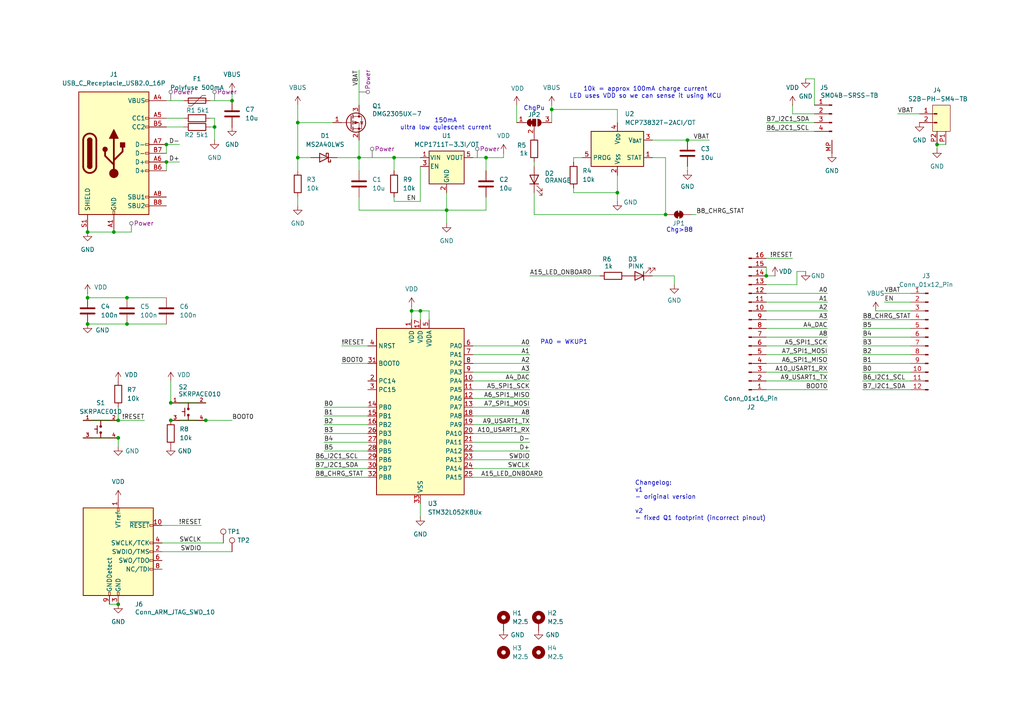
<source format=kicad_sch>
(kicad_sch (version 20250114) (generator "eeschema") (generator_version "9.0")
  (paper "A4")
  (title_block (title "AETHER L052") (date "2025-10-04") (rev "2") (company "github.com/xx0x/aether-l052") (comment 1 "License: CERN-OHL-P-2.0") (comment 2 "Ultra-low standby mode, battery charger") (comment 3 "A dev board based on STM32L052K8Ux"))
  (lib_symbols
    (symbol "Battery_Management:MCP73832-2-OT"
      (property "Reference" "U" (at -7.62 6.35 0))
      (property "Value" "MCP73832-2-OT" (at 1.27 6.35 0))
      (symbol "MCP73832-2-OT_1_1"
        (pin input line (at -10.16 -2.54 0) (length 2.54) (name "PROG") (number "5"))
        (pin power_in line (at 0 7.62 270) (length 2.54) (name "V_{DD}") (number "4"))
        (pin power_in line (at 0 -7.62 90) (length 2.54) (name "V_{SS}") (number "2"))
        (pin power_out line (at 10.16 2.54 180) (length 2.54) (name "V_{BAT}") (number "3"))
        (pin open_collector line (at 10.16 -2.54 180) (length 2.54) (name "STAT") (number "1"))
      )
    )
    (symbol "Connector:Conn_01x12_Pin" (pin_names (offset 1.016) (hide yes))
      (property "Reference" "J" (at 0 15.24 0))
      (property "Value" "Conn_01x12_Pin" (at 0 -17.78 0))
      (symbol "Conn_01x12_Pin_1_1"
        (pin passive line (at 5.08 12.7 180) (length 3.81) (name "Pin_1") (number "1"))
        (pin passive line (at 5.08 10.16 180) (length 3.81) (name "Pin_2") (number "2"))
        (pin passive line (at 5.08 7.62 180) (length 3.81) (name "Pin_3") (number "3"))
        (pin passive line (at 5.08 5.08 180) (length 3.81) (name "Pin_4") (number "4"))
        (pin passive line (at 5.08 2.54 180) (length 3.81) (name "Pin_5") (number "5"))
        (pin passive line (at 5.08 0 180) (length 3.81) (name "Pin_6") (number "6"))
        (pin passive line (at 5.08 -2.54 180) (length 3.81) (name "Pin_7") (number "7"))
        (pin passive line (at 5.08 -5.08 180) (length 3.81) (name "Pin_8") (number "8"))
        (pin passive line (at 5.08 -7.62 180) (length 3.81) (name "Pin_9") (number "9"))
        (pin passive line (at 5.08 -10.16 180) (length 3.81) (name "Pin_10") (number "10"))
        (pin passive line (at 5.08 -12.7 180) (length 3.81) (name "Pin_11") (number "11"))
        (pin passive line (at 5.08 -15.24 180) (length 3.81) (name "Pin_12") (number "12"))
      )
    )
    (symbol "Connector:Conn_01x16_Pin" (pin_names (offset 1.016) (hide yes))
      (property "Reference" "J" (at 0 20.32 0))
      (property "Value" "Conn_01x16_Pin" (at 0 -22.86 0))
      (symbol "Conn_01x16_Pin_1_1"
        (pin passive line (at 5.08 17.78 180) (length 3.81) (name "Pin_1") (number "1"))
        (pin passive line (at 5.08 15.24 180) (length 3.81) (name "Pin_2") (number "2"))
        (pin passive line (at 5.08 12.7 180) (length 3.81) (name "Pin_3") (number "3"))
        (pin passive line (at 5.08 10.16 180) (length 3.81) (name "Pin_4") (number "4"))
        (pin passive line (at 5.08 7.62 180) (length 3.81) (name "Pin_5") (number "5"))
        (pin passive line (at 5.08 5.08 180) (length 3.81) (name "Pin_6") (number "6"))
        (pin passive line (at 5.08 2.54 180) (length 3.81) (name "Pin_7") (number "7"))
        (pin passive line (at 5.08 0 180) (length 3.81) (name "Pin_8") (number "8"))
        (pin passive line (at 5.08 -2.54 180) (length 3.81) (name "Pin_9") (number "9"))
        (pin passive line (at 5.08 -5.08 180) (length 3.81) (name "Pin_10") (number "10"))
        (pin passive line (at 5.08 -7.62 180) (length 3.81) (name "Pin_11") (number "11"))
        (pin passive line (at 5.08 -10.16 180) (length 3.81) (name "Pin_12") (number "12"))
        (pin passive line (at 5.08 -12.7 180) (length 3.81) (name "Pin_13") (number "13"))
        (pin passive line (at 5.08 -15.24 180) (length 3.81) (name "Pin_14") (number "14"))
        (pin passive line (at 5.08 -17.78 180) (length 3.81) (name "Pin_15") (number "15"))
        (pin passive line (at 5.08 -20.32 180) (length 3.81) (name "Pin_16") (number "16"))
      )
    )
    (symbol "Connector:Conn_ARM_JTAG_SWD_10" (pin_names (offset 1.016))
      (property "Reference" "J" (at -2.54 16.51 0))
      (property "Value" "Conn_ARM_JTAG_SWD_10" (at -2.54 13.97 0))
      (symbol "Conn_ARM_JTAG_SWD_10_1_1"
        (pin no_connect line (at -10.16 0 0) (length 2.54) (hide yes) (name "KEY") (number "7"))
        (pin passive line (at -2.54 -15.24 90) (length 2.54) (name "GNDDetect") (number "9"))
        (pin power_in line (at 0 15.24 270) (length 2.54) (name "VTref") (number "1"))
        (pin power_in line (at 0 -15.24 90) (length 2.54) (name "GND") (number "3"))
        (pin passive line (at 0 -15.24 90) (length 2.54) (hide yes) (name "GND") (number "5"))
        (pin open_collector line (at 12.7 7.62 180) (length 2.54) (name "~{RESET}") (number "10"))
        (pin output line (at 12.7 2.54 180) (length 2.54) (name "SWCLK/TCK") (number "4"))
        (pin bidirectional line (at 12.7 0 180) (length 2.54) (name "SWDIO/TMS") (number "2"))
        (pin input line (at 12.7 -2.54 180) (length 2.54) (name "SWO/TDO") (number "6"))
        (pin output line (at 12.7 -5.08 180) (length 2.54) (name "NC/TDI") (number "8"))
      )
    )
    (symbol "Connector:TestPoint" (pin_numbers (hide yes)) (pin_names (offset 0.762) (hide yes))
      (property "Reference" "TP" (at 0 6.858 0))
      (property "Value" "TestPoint" (at 0 5.08 0))
      (symbol "TestPoint_1_1"
        (pin passive line (at 0 0 90) (length 2.54) (name "1") (number "1"))
      )
    )
    (symbol "Connector:USB_C_Receptacle_USB2.0_16P" (pin_names (offset 1.016))
      (property "Reference" "J" (at 0 22.225 0))
      (property "Value" "USB_C_Receptacle_USB2.0_16P" (at 0 19.685 0))
      (symbol "USB_C_Receptacle_USB2.0_16P_1_1"
        (pin passive line (at -7.62 -22.86 90) (length 5.08) (name "SHIELD") (number "S1"))
        (pin passive line (at 0 -22.86 90) (length 5.08) (name "GND") (number "A1"))
        (pin passive line (at 0 -22.86 90) (length 5.08) (hide yes) (name "GND") (number "A12"))
        (pin passive line (at 0 -22.86 90) (length 5.08) (hide yes) (name "GND") (number "B1"))
        (pin passive line (at 0 -22.86 90) (length 5.08) (hide yes) (name "GND") (number "B12"))
        (pin passive line (at 15.24 15.24 180) (length 5.08) (name "VBUS") (number "A4"))
        (pin passive line (at 15.24 15.24 180) (length 5.08) (hide yes) (name "VBUS") (number "A9"))
        (pin passive line (at 15.24 15.24 180) (length 5.08) (hide yes) (name "VBUS") (number "B4"))
        (pin passive line (at 15.24 15.24 180) (length 5.08) (hide yes) (name "VBUS") (number "B9"))
        (pin bidirectional line (at 15.24 10.16 180) (length 5.08) (name "CC1") (number "A5"))
        (pin bidirectional line (at 15.24 7.62 180) (length 5.08) (name "CC2") (number "B5"))
        (pin bidirectional line (at 15.24 2.54 180) (length 5.08) (name "D-") (number "A7"))
        (pin bidirectional line (at 15.24 0 180) (length 5.08) (name "D-") (number "B7"))
        (pin bidirectional line (at 15.24 -2.54 180) (length 5.08) (name "D+") (number "A6"))
        (pin bidirectional line (at 15.24 -5.08 180) (length 5.08) (name "D+") (number "B6"))
        (pin bidirectional line (at 15.24 -12.7 180) (length 5.08) (name "SBU1") (number "A8"))
        (pin bidirectional line (at 15.24 -15.24 180) (length 5.08) (name "SBU2") (number "B8"))
      )
    )
    (symbol "Device:C" (pin_numbers (hide yes)) (pin_names (offset 0.254))
      (property "Reference" "C" (at 0.635 2.54 0))
      (property "Value" "C" (at 0.635 -2.54 0))
      (symbol "C_1_1"
        (pin passive line (at 0 3.81 270) (length 2.794) (name "~") (number "1"))
        (pin passive line (at 0 -3.81 90) (length 2.794) (name "~") (number "2"))
      )
    )
    (symbol "Device:D_Schottky" (pin_numbers (hide yes)) (pin_names (offset 1.016) (hide yes))
      (property "Reference" "D" (at 0 2.54 0))
      (property "Value" "D_Schottky" (at 0 -2.54 0))
      (symbol "D_Schottky_1_1"
        (pin passive line (at -3.81 0 0) (length 2.54) (name "K") (number "1"))
        (pin passive line (at 3.81 0 180) (length 2.54) (name "A") (number "2"))
      )
    )
    (symbol "Device:LED" (pin_numbers (hide yes)) (pin_names (offset 1.016) (hide yes))
      (property "Reference" "D" (at 0 2.54 0))
      (property "Value" "LED" (at 0 -2.54 0))
      (symbol "LED_1_1"
        (pin passive line (at -3.81 0 0) (length 2.54) (name "K") (number "1"))
        (pin passive line (at 3.81 0 180) (length 2.54) (name "A") (number "2"))
      )
    )
    (symbol "Device:Polyfuse" (pin_numbers (hide yes)) (pin_names (offset 0))
      (property "Reference" "F" (at -2.54 0 90))
      (property "Value" "Polyfuse" (at 2.54 0 90))
      (symbol "Polyfuse_1_1"
        (pin passive line (at 0 3.81 270) (length 1.27) (name "~") (number "1"))
        (pin passive line (at 0 -3.81 90) (length 1.27) (name "~") (number "2"))
      )
    )
    (symbol "Device:R" (pin_numbers (hide yes)) (pin_names (offset 0))
      (property "Reference" "R" (at 2.032 0 90))
      (property "Value" "R" (at 0 0 90))
      (symbol "R_1_1"
        (pin passive line (at 0 3.81 270) (length 1.27) (name "~") (number "1"))
        (pin passive line (at 0 -3.81 90) (length 1.27) (name "~") (number "2"))
      )
    )
    (symbol "Jumper:SolderJumper_2_Bridged" (pin_numbers (hide yes)) (pin_names (offset 0) (hide yes)) (in_bom no)
      (property "Reference" "JP" (at 0 2.032 0))
      (property "Value" "SolderJumper_2_Bridged" (at 0 -2.54 0))
      (symbol "SolderJumper_2_Bridged_1_1"
        (pin passive line (at -3.81 0 0) (length 2.54) (name "A") (number "1"))
        (pin passive line (at 3.81 0 180) (length 2.54) (name "B") (number "2"))
      )
    )
    (symbol "Jumper:SolderJumper_3_Bridged12" (pin_names (offset 0) (hide yes)) (in_bom no)
      (property "Reference" "JP" (at -2.54 -2.54 0))
      (property "Value" "SolderJumper_3_Bridged12" (at 0 2.794 0))
      (symbol "SolderJumper_3_Bridged12_1_1"
        (pin passive line (at -5.08 0 0) (length 2.54) (name "A") (number "1"))
        (pin passive line (at 0 -3.81 90) (length 2.54) (name "C") (number "2"))
        (pin passive line (at 5.08 0 180) (length 2.54) (name "B") (number "3"))
      )
    )
    (symbol "MCU_ST_STM32L0:STM32L052K8Ux"
      (property "Reference" "U" (at -12.7 26.67 0))
      (property "Value" "STM32L052K8Ux" (at 5.08 26.67 0))
      (symbol "STM32L052K8Ux_1_1"
        (pin input line (at -15.24 20.32 0) (length 2.54) (name "NRST") (number "4"))
        (pin input line (at -15.24 15.24 0) (length 2.54) (name "BOOT0") (number "31"))
        (pin bidirectional line (at -15.24 10.16 0) (length 2.54) (name "PC14") (number "2"))
        (pin bidirectional line (at -15.24 7.62 0) (length 2.54) (name "PC15") (number "3"))
        (pin bidirectional line (at -15.24 2.54 0) (length 2.54) (name "PB0") (number "14"))
        (pin bidirectional line (at -15.24 0 0) (length 2.54) (name "PB1") (number "15"))
        (pin bidirectional line (at -15.24 -2.54 0) (length 2.54) (name "PB2") (number "16"))
        (pin bidirectional line (at -15.24 -5.08 0) (length 2.54) (name "PB3") (number "26"))
        (pin bidirectional line (at -15.24 -7.62 0) (length 2.54) (name "PB4") (number "27"))
        (pin bidirectional line (at -15.24 -10.16 0) (length 2.54) (name "PB5") (number "28"))
        (pin bidirectional line (at -15.24 -12.7 0) (length 2.54) (name "PB6") (number "29"))
        (pin bidirectional line (at -15.24 -15.24 0) (length 2.54) (name "PB7") (number "30"))
        (pin bidirectional line (at -15.24 -17.78 0) (length 2.54) (name "PB8") (number "32"))
        (pin power_in line (at -2.54 27.94 270) (length 2.54) (name "VDD") (number "1"))
        (pin power_in line (at 0 27.94 270) (length 2.54) (name "VDD") (number "17"))
        (pin power_in line (at 0 -25.4 90) (length 2.54) (name "VSS") (number "33"))
        (pin power_in line (at 2.54 27.94 270) (length 2.54) (name "VDDA") (number "5"))
        (pin bidirectional line (at 15.24 20.32 180) (length 2.54) (name "PA0") (number "6"))
        (pin bidirectional line (at 15.24 17.78 180) (length 2.54) (name "PA1") (number "7"))
        (pin bidirectional line (at 15.24 15.24 180) (length 2.54) (name "PA2") (number "8"))
        (pin bidirectional line (at 15.24 12.7 180) (length 2.54) (name "PA3") (number "9"))
        (pin bidirectional line (at 15.24 10.16 180) (length 2.54) (name "PA4") (number "10"))
        (pin bidirectional line (at 15.24 7.62 180) (length 2.54) (name "PA5") (number "11"))
        (pin bidirectional line (at 15.24 5.08 180) (length 2.54) (name "PA6") (number "12"))
        (pin bidirectional line (at 15.24 2.54 180) (length 2.54) (name "PA7") (number "13"))
        (pin bidirectional line (at 15.24 0 180) (length 2.54) (name "PA8") (number "18"))
        (pin bidirectional line (at 15.24 -2.54 180) (length 2.54) (name "PA9") (number "19"))
        (pin bidirectional line (at 15.24 -5.08 180) (length 2.54) (name "PA10") (number "20"))
        (pin bidirectional line (at 15.24 -7.62 180) (length 2.54) (name "PA11") (number "21"))
        (pin bidirectional line (at 15.24 -10.16 180) (length 2.54) (name "PA12") (number "22"))
        (pin bidirectional line (at 15.24 -12.7 180) (length 2.54) (name "PA13") (number "23"))
        (pin bidirectional line (at 15.24 -15.24 180) (length 2.54) (name "PA14") (number "24"))
        (pin bidirectional line (at 15.24 -17.78 180) (length 2.54) (name "PA15") (number "25"))
      )
    )
    (symbol "Mechanical:MountingHole" (pin_names (offset 1.016)) (in_bom no)
      (property "Reference" "H" (at 0 5.08 0))
      (property "Value" "MountingHole" (at 0 3.175 0))
    )
    (symbol "Mechanical:MountingHole_Pad" (pin_numbers (hide yes)) (pin_names (offset 1.016) (hide yes)) (in_bom no)
      (property "Reference" "H" (at 0 6.35 0))
      (property "Value" "MountingHole_Pad" (at 0 4.445 0))
      (symbol "MountingHole_Pad_1_1"
        (pin input line (at 0 -2.54 90) (length 2.54) (name "1") (number "1"))
      )
    )
    (symbol "Regulator_Linear:AP2112K-3.3" (pin_names (offset 0.254))
      (property "Reference" "U" (at -5.08 5.715 0))
      (property "Value" "AP2112K-3.3" (at 0 5.715 0))
      (symbol "AP2112K-3.3_1_1"
        (pin power_in line (at -7.62 2.54 0) (length 2.54) (name "VIN") (number "1"))
        (pin input line (at -7.62 0 0) (length 2.54) (name "EN") (number "3"))
        (pin power_in line (at 0 -7.62 90) (length 2.54) (name "GND") (number "2"))
        (pin no_connect line (at 5.08 0 180) (length 2.54) (hide yes) (name "NC") (number "4"))
        (pin power_out line (at 7.62 2.54 180) (length 2.54) (name "VOUT") (number "5"))
      )
    )
    (symbol "Transistor_FET:Q_PMOS_GSD" (pin_names (offset 0) (hide yes))
      (property "Reference" "Q" (at 5.08 1.905 0))
      (property "Value" "Q_PMOS_GSD" (at 5.08 0 0))
      (symbol "Q_PMOS_GSD_1_1"
        (pin input line (at -5.08 0 0) (length 2.54) (name "G") (number "1"))
        (pin passive line (at 2.54 5.08 270) (length 2.54) (name "D") (number "3"))
        (pin passive line (at 2.54 -5.08 90) (length 2.54) (name "S") (number "2"))
      )
    )
    (symbol "aether-l052:Conn_01x02_Pin_SMD_MT" (pin_names (offset 1.016) (hide yes))
      (property "Reference" "J" (at -2.794 4.318 0))
      (property "Value" "Conn_01x02_Pin_SMD_MT" (at -0.254 -10.668 0))
      (symbol "Conn_01x02_Pin_SMD_MT_1_1"
        (pin passive line (at -2.54 -8.89 90) (length 3.81) (name "") (number "P1"))
        (pin passive line (at 0 -8.89 90) (length 3.81) (name "") (number "P2"))
        (pin passive line (at 5.08 0 180) (length 3.81) (name "Pin_1") (number "1"))
        (pin passive line (at 5.08 -2.54 180) (length 3.81) (name "Pin_2") (number "2"))
      )
    )
    (symbol "aether-l052:Conn_01x04_Pin_SMD_MT" (pin_names (offset 1.016) (hide yes))
      (property "Reference" "J" (at 0 5.08 0))
      (property "Value" "Conn_01x04_Pin_SMD_MT" (at 0.508 -13.716 0))
      (symbol "Conn_01x04_Pin_SMD_MT_1_1"
        (pin passive line (at 0 -11.43 90) (length 3.81) (name "") (number "MP"))
        (pin passive line (at 5.08 2.54 180) (length 3.81) (name "Pin_1") (number "1"))
        (pin passive line (at 5.08 0 180) (length 3.81) (name "Pin_2") (number "2"))
        (pin passive line (at 5.08 -2.54 180) (length 3.81) (name "Pin_3") (number "3"))
        (pin passive line (at 5.08 -5.08 180) (length 3.81) (name "Pin_4") (number "4"))
      )
    )
    (symbol "aether-l052:SKRPACE010" (pin_names (offset 1.016))
      (property "Reference" "S" (at -2.5431 5.0863 0))
      (property "Value" "SKRPACE010" (at -2.5442 -5.0884 0))
      (symbol "SKRPACE010_0_0"
        (pin bidirectional line (at -5.08 2.54 0) (length 2.54) (name "~") (number "1"))
        (pin bidirectional line (at -5.08 -2.54 0) (length 2.54) (name "~") (number "3"))
        (pin bidirectional line (at 5.08 2.54 180) (length 2.54) (name "~") (number "2"))
        (pin bidirectional line (at 5.08 -2.54 180) (length 2.54) (name "~") (number "4"))
      )
    )
    (symbol "power:GND" (power) (pin_numbers (hide yes)) (pin_names (offset 0) (hide yes))
      (property "Value" "GND" (at 0 -3.81 0))
      (symbol "GND_1_1"
        (pin power_in line (at 0 0 270) (length 0) (name "~") (number "1"))
      )
    )
    (symbol "power:VBUS" (power) (pin_numbers (hide yes)) (pin_names (offset 0) (hide yes))
      (property "Value" "VBUS" (at 0 3.556 0))
      (symbol "VBUS_1_1"
        (pin power_in line (at 0 0 90) (length 0) (name "~") (number "1"))
      )
    )
    (symbol "power:VDD" (power) (pin_numbers (hide yes)) (pin_names (offset 0) (hide yes))
      (property "Value" "VDD" (at 0 3.556 0))
      (symbol "VDD_1_1"
        (pin power_in line (at 0 0 90) (length 0) (name "~") (number "1"))
      )
    )
  )
  (text "150mA\nultra low quiescent current" (at 129.286 36.068 0) (effects (font (size 1.27 1.27) (thickness 0.1588))))
  (text "ChgPu" (at 154.94 31.496 0) (effects (font (size 1.27 1.27) (thickness 0.1588))))
  (text "Changelog:\nv1\n- original version\n\nv2\n- fixed Q1 footprint (incorrect pinout)" (at 184.15 145.288 0) (effects (font (size 1.27 1.27) (thickness 0.1588)) (justify left)))
  (text "10k = approx 100mA charge current\nLED uses VDD so we can sense it using MCU" (at 187.198 26.924 0) (effects (font (size 1.27 1.27) (thickness 0.1588))))
  (text "PA0 = WKUP1\n" (at 163.576 99.314 0) (effects (font (size 1.27 1.27) (thickness 0.1588))))
  (text "Chg>B8" (at 197.104 66.802 0) (effects (font (size 1.27 1.27) (thickness 0.1588))))
  (junction (at 193.04 62.23))
  (junction (at 67.31 29.21))
  (junction (at 36.83 86.36))
  (junction (at 114.3 45.72))
  (junction (at 48.26 41.91))
  (junction (at 59.69 121.92))
  (junction (at 34.29 127))
  (junction (at 179.07 55.88))
  (junction (at 222.25 80.01))
  (junction (at 199.39 40.64))
  (junction (at 104.14 45.72))
  (junction (at 34.29 175.26))
  (junction (at 49.53 121.92))
  (junction (at 34.29 121.92))
  (junction (at 62.23 36.83))
  (junction (at 121.92 90.17))
  (junction (at 33.02 67.31))
  (junction (at 49.53 116.84))
  (junction (at 25.4 86.36))
  (junction (at 86.36 35.56))
  (junction (at 36.83 93.98))
  (junction (at 48.26 46.99))
  (junction (at 86.36 45.72))
  (junction (at 129.54 60.96))
  (junction (at 25.4 67.31))
  (junction (at 271.78 41.91))
  (junction (at 140.97 45.72))
  (junction (at 160.02 31.75))
  (junction (at 119.38 90.17))
  (junction (at 25.4 93.98))
  (wire (pts (xy 46.99 160.02) (xy 67.31 160.02)))
  (wire (pts (xy 93.98 130.81) (xy 106.68 130.81)))
  (wire (pts (xy 137.16 138.43) (xy 157.48 138.43)))
  (wire (pts (xy 179.07 50.8) (xy 179.07 55.88)))
  (wire (pts (xy 140.97 45.72) (xy 146.05 45.72)))
  (wire (pts (xy 34.29 118.11) (xy 34.29 121.92)))
  (wire (pts (xy 124.46 90.17) (xy 121.92 90.17)))
  (wire (pts (xy 222.25 77.47) (xy 222.25 80.01)))
  (wire (pts (xy 49.53 116.84) (xy 59.69 116.84)))
  (wire (pts (xy 114.3 45.72) (xy 121.92 45.72)))
  (wire (pts (xy 48.26 41.91) (xy 48.26 44.45)))
  (wire (pts (xy 33.02 67.31) (xy 38.1 67.31)))
  (wire (pts (xy 189.23 40.64) (xy 199.39 40.64)))
  (wire (pts (xy 86.36 30.48) (xy 86.36 35.56)))
  (wire (pts (xy 229.87 33.02) (xy 229.87 30.48)))
  (wire (pts (xy 137.16 113.03) (xy 153.67 113.03)))
  (wire (pts (xy 222.25 38.1) (xy 236.22 38.1)))
  (wire (pts (xy 62.23 40.64) (xy 62.23 36.83)))
  (wire (pts (xy 60.96 29.21) (xy 67.31 29.21)))
  (wire (pts (xy 137.16 123.19) (xy 153.67 123.19)))
  (wire (pts (xy 34.29 127) (xy 34.29 129.54)))
  (wire (pts (xy 93.98 120.65) (xy 106.68 120.65)))
  (wire (pts (xy 46.99 157.48) (xy 64.77 157.48)))
  (wire (pts (xy 222.25 74.93) (xy 229.87 74.93)))
  (wire (pts (xy 121.92 58.42) (xy 121.92 48.26)))
  (wire (pts (xy 231.14 78.74) (xy 233.68 78.74)))
  (wire (pts (xy 137.16 118.11) (xy 153.67 118.11)))
  (wire (pts (xy 48.26 41.91) (xy 52.07 41.91)))
  (wire (pts (xy 137.16 102.87) (xy 153.67 102.87)))
  (wire (pts (xy 137.16 130.81) (xy 153.67 130.81)))
  (wire (pts (xy 91.44 133.35) (xy 106.68 133.35)))
  (wire (pts (xy 195.58 80.01) (xy 195.58 82.55)))
  (wire (pts (xy 129.54 64.77) (xy 129.54 60.96)))
  (wire (pts (xy 48.26 46.99) (xy 48.26 49.53)))
  (wire (pts (xy 222.25 100.33) (xy 240.03 100.33)))
  (wire (pts (xy 166.37 45.72) (xy 168.91 45.72)))
  (wire (pts (xy 104.14 45.72) (xy 104.14 49.53)))
  (wire (pts (xy 222.25 92.71) (xy 240.03 92.71)))
  (wire (pts (xy 250.19 97.79) (xy 264.16 97.79)))
  (wire (pts (xy 140.97 60.96) (xy 140.97 57.15)))
  (wire (pts (xy 166.37 54.61) (xy 166.37 55.88)))
  (wire (pts (xy 154.94 62.23) (xy 193.04 62.23)))
  (wire (pts (xy 160.02 31.75) (xy 179.07 31.75)))
  (wire (pts (xy 137.16 110.49) (xy 153.67 110.49)))
  (wire (pts (xy 36.83 93.98) (xy 48.26 93.98)))
  (wire (pts (xy 34.29 121.92) (xy 41.91 121.92)))
  (wire (pts (xy 222.25 35.56) (xy 236.22 35.56)))
  (wire (pts (xy 222.25 82.55) (xy 231.14 82.55)))
  (wire (pts (xy 104.14 60.96) (xy 104.14 57.15)))
  (wire (pts (xy 129.54 60.96) (xy 104.14 60.96)))
  (wire (pts (xy 250.19 113.03) (xy 264.16 113.03)))
  (wire (pts (xy 222.25 87.63) (xy 240.03 87.63)))
  (wire (pts (xy 86.36 57.15) (xy 86.36 59.69)))
  (wire (pts (xy 48.26 34.29) (xy 53.34 34.29)))
  (wire (pts (xy 25.4 67.31) (xy 33.02 67.31)))
  (wire (pts (xy 48.26 36.83) (xy 53.34 36.83)))
  (wire (pts (xy 60.96 34.29) (xy 62.23 34.29)))
  (wire (pts (xy 154.94 62.23) (xy 154.94 55.88)))
  (wire (pts (xy 256.54 87.63) (xy 264.16 87.63)))
  (wire (pts (xy 129.54 60.96) (xy 140.97 60.96)))
  (wire (pts (xy 153.67 80.01) (xy 173.99 80.01)))
  (wire (pts (xy 104.14 45.72) (xy 114.3 45.72)))
  (wire (pts (xy 149.86 35.56) (xy 149.86 30.48)))
  (wire (pts (xy 137.16 128.27) (xy 153.67 128.27)))
  (wire (pts (xy 154.94 48.26) (xy 154.94 46.99)))
  (wire (pts (xy 91.44 135.89) (xy 106.68 135.89)))
  (wire (pts (xy 114.3 58.42) (xy 121.92 58.42)))
  (wire (pts (xy 256.54 85.09) (xy 264.16 85.09)))
  (wire (pts (xy 59.69 121.92) (xy 67.31 121.92)))
  (wire (pts (xy 160.02 31.75) (xy 160.02 35.56)))
  (wire (pts (xy 93.98 123.19) (xy 106.68 123.19)))
  (wire (pts (xy 250.19 105.41) (xy 264.16 105.41)))
  (wire (pts (xy 93.98 125.73) (xy 106.68 125.73)))
  (wire (pts (xy 49.53 121.92) (xy 59.69 121.92)))
  (wire (pts (xy 199.39 49.53) (xy 199.39 48.26)))
  (wire (pts (xy 119.38 90.17) (xy 119.38 92.71)))
  (wire (pts (xy 46.99 152.4) (xy 58.42 152.4)))
  (wire (pts (xy 121.92 92.71) (xy 121.92 90.17)))
  (wire (pts (xy 236.22 33.02) (xy 229.87 33.02)))
  (wire (pts (xy 48.26 46.99) (xy 52.07 46.99)))
  (wire (pts (xy 222.25 97.79) (xy 240.03 97.79)))
  (wire (pts (xy 166.37 55.88) (xy 179.07 55.88)))
  (wire (pts (xy 222.25 95.25) (xy 240.03 95.25)))
  (wire (pts (xy 67.31 29.21) (xy 67.31 26.67)))
  (wire (pts (xy 48.26 29.21) (xy 53.34 29.21)))
  (wire (pts (xy 250.19 95.25) (xy 264.16 95.25)))
  (wire (pts (xy 93.98 128.27) (xy 106.68 128.27)))
  (wire (pts (xy 124.46 92.71) (xy 124.46 90.17)))
  (wire (pts (xy 97.79 45.72) (xy 104.14 45.72)))
  (wire (pts (xy 274.32 41.91) (xy 271.78 41.91)))
  (wire (pts (xy 260.35 33.02) (xy 266.7 33.02)))
  (wire (pts (xy 99.06 105.41) (xy 106.68 105.41)))
  (wire (pts (xy 25.4 93.98) (xy 36.83 93.98)))
  (wire (pts (xy 137.16 107.95) (xy 153.67 107.95)))
  (wire (pts (xy 160.02 30.48) (xy 160.02 31.75)))
  (wire (pts (xy 179.07 55.88) (xy 179.07 58.42)))
  (wire (pts (xy 222.25 110.49) (xy 240.03 110.49)))
  (wire (pts (xy 137.16 120.65) (xy 153.67 120.65)))
  (wire (pts (xy 104.14 45.72) (xy 104.14 40.64)))
  (wire (pts (xy 222.25 85.09) (xy 240.03 85.09)))
  (wire (pts (xy 36.83 86.36) (xy 48.26 86.36)))
  (wire (pts (xy 99.06 100.33) (xy 106.68 100.33)))
  (wire (pts (xy 137.16 100.33) (xy 153.67 100.33)))
  (wire (pts (xy 104.14 20.32) (xy 104.14 30.48)))
  (wire (pts (xy 222.25 80.01) (xy 224.79 80.01)))
  (wire (pts (xy 24.13 121.92) (xy 34.29 121.92)))
  (wire (pts (xy 250.19 107.95) (xy 264.16 107.95)))
  (wire (pts (xy 250.19 102.87) (xy 264.16 102.87)))
  (wire (pts (xy 137.16 135.89) (xy 153.67 135.89)))
  (wire (pts (xy 146.05 45.72) (xy 146.05 44.45)))
  (wire (pts (xy 90.17 45.72) (xy 86.36 45.72)))
  (wire (pts (xy 193.04 62.23) (xy 193.04 45.72)))
  (wire (pts (xy 189.23 80.01) (xy 195.58 80.01)))
  (wire (pts (xy 119.38 88.9) (xy 119.38 90.17)))
  (wire (pts (xy 96.52 35.56) (xy 86.36 35.56)))
  (wire (pts (xy 86.36 45.72) (xy 86.36 35.56)))
  (wire (pts (xy 140.97 49.53) (xy 140.97 45.72)))
  (wire (pts (xy 62.23 34.29) (xy 62.23 36.83)))
  (wire (pts (xy 62.23 36.83) (xy 60.96 36.83)))
  (wire (pts (xy 222.25 107.95) (xy 240.03 107.95)))
  (wire (pts (xy 137.16 115.57) (xy 153.67 115.57)))
  (wire (pts (xy 236.22 22.86) (xy 233.68 22.86)))
  (wire (pts (xy 222.25 90.17) (xy 240.03 90.17)))
  (wire (pts (xy 166.37 46.99) (xy 166.37 45.72)))
  (wire (pts (xy 25.4 85.09) (xy 25.4 86.36)))
  (wire (pts (xy 86.36 45.72) (xy 86.36 49.53)))
  (wire (pts (xy 31.75 175.26) (xy 34.29 175.26)))
  (wire (pts (xy 49.53 110.49) (xy 49.53 116.84)))
  (wire (pts (xy 25.4 86.36) (xy 36.83 86.36)))
  (wire (pts (xy 231.14 82.55) (xy 231.14 78.74)))
  (wire (pts (xy 137.16 133.35) (xy 153.67 133.35)))
  (wire (pts (xy 137.16 125.73) (xy 153.67 125.73)))
  (wire (pts (xy 179.07 31.75) (xy 179.07 35.56)))
  (wire (pts (xy 137.16 105.41) (xy 153.67 105.41)))
  (wire (pts (xy 201.93 62.23) (xy 200.66 62.23)))
  (wire (pts (xy 121.92 90.17) (xy 119.38 90.17)))
  (wire (pts (xy 271.78 41.91) (xy 271.78 43.18)))
  (wire (pts (xy 250.19 92.71) (xy 264.16 92.71)))
  (wire (pts (xy 222.25 113.03) (xy 240.03 113.03)))
  (wire (pts (xy 121.92 146.05) (xy 121.92 149.86)))
  (wire (pts (xy 91.44 138.43) (xy 106.68 138.43)))
  (wire (pts (xy 199.39 40.64) (xy 205.74 40.64)))
  (wire (pts (xy 114.3 45.72) (xy 114.3 49.53)))
  (wire (pts (xy 93.98 118.11) (xy 106.68 118.11)))
  (wire (pts (xy 250.19 100.33) (xy 264.16 100.33)))
  (wire (pts (xy 193.04 45.72) (xy 189.23 45.72)))
  (wire (pts (xy 140.97 45.72) (xy 137.16 45.72)))
  (wire (pts (xy 114.3 57.15) (xy 114.3 58.42)))
  (wire (pts (xy 24.13 127) (xy 34.29 127)))
  (wire (pts (xy 250.19 110.49) (xy 264.16 110.49)))
  (wire (pts (xy 254 90.17) (xy 264.16 90.17)))
  (wire (pts (xy 129.54 60.96) (xy 129.54 55.88)))
  (wire (pts (xy 222.25 105.41) (xy 240.03 105.41)))
  (wire (pts (xy 236.22 30.48) (xy 236.22 22.86)))
  (wire (pts (xy 222.25 102.87) (xy 240.03 102.87)))
  (label "A9_USART1_TX" (at 240.03 110.49 180))
  (label "A5_SPI1_SCK" (at 240.03 100.33 180))
  (label "VBAT" (at 256.54 85.09 0))
  (label "A8" (at 240.03 97.79 180))
  (label "SWCLK" (at 153.67 135.89 180))
  (label "B8_CHRG_STAT" (at 91.44 138.43 0))
  (label "B1" (at 93.98 120.65 0))
  (label "A7_SPI1_MOSI" (at 240.03 102.87 180))
  (label "EN" (at 120.65 58.42 180))
  (label "A10_USART1_RX" (at 153.67 125.73 180))
  (label "A9_USART1_TX" (at 153.67 123.19 180))
  (label "!RESET" (at 58.42 152.4 180))
  (label "B5" (at 93.98 130.81 0))
  (label "B8_CHRG_STAT" (at 201.93 62.23 0))
  (label "A6_SPI1_MISO" (at 240.03 105.41 180))
  (label "BOOT0" (at 240.03 113.03 180))
  (label "A4_DAC" (at 240.03 95.25 180))
  (label "B6_I2C1_SCL" (at 250.19 110.49 0))
  (label "SWDIO" (at 58.42 160.02 180))
  (label "D-" (at 153.67 128.27 180))
  (label "A15_LED_ONBOARD" (at 153.67 80.01 0))
  (label "A10_USART1_RX" (at 240.03 107.95 180))
  (label "B7_I2C1_SDA" (at 250.19 113.03 0))
  (label "B8_CHRG_STAT" (at 250.19 92.71 0))
  (label "B0" (at 250.19 107.95 0))
  (label "B4" (at 250.19 97.79 0))
  (label "!RESET" (at 99.06 100.33 0))
  (label "D+" (at 153.67 130.81 180))
  (label "B7_I2C1_SDA" (at 222.25 35.56 0))
  (label "A1" (at 240.03 87.63 180))
  (label "A7_SPI1_MOSI" (at 153.67 118.11 180))
  (label "!RESET" (at 229.87 74.93 180))
  (label "B3" (at 250.19 100.33 0))
  (label "A8" (at 153.67 120.65 180))
  (label "B4" (at 93.98 128.27 0))
  (label "B2" (at 250.19 102.87 0))
  (label "VBAT" (at 260.35 33.02 0))
  (label "B7_I2C1_SDA" (at 91.44 135.89 0))
  (label "B1" (at 250.19 105.41 0))
  (label "A0" (at 153.67 100.33 180))
  (label "D+" (at 52.07 46.99 180))
  (label "B2" (at 93.98 123.19 0))
  (label "B3" (at 93.98 125.73 0))
  (label "A5_SPI1_SCK" (at 153.67 113.03 180))
  (label "A2" (at 153.67 105.41 180))
  (label "B0" (at 93.98 118.11 0))
  (label "D-" (at 52.07 41.91 180))
  (label "A3" (at 153.67 107.95 180))
  (label "A1" (at 153.67 102.87 180))
  (label "B6_I2C1_SCL" (at 91.44 133.35 0))
  (label "VBAT" (at 205.74 40.64 180))
  (label "A3" (at 240.03 92.71 180))
  (label "EN" (at 256.54 87.63 0))
  (label "A15_LED_ONBOARD" (at 157.48 138.43 180))
  (label "A0" (at 240.03 85.09 180))
  (label "B5" (at 250.19 95.25 0))
  (label "VBAT" (at 104.14 20.32 270))
  (label "A6_SPI1_MISO" (at 153.67 115.57 180))
  (label "A2" (at 240.03 90.17 180))
  (label "SWDIO" (at 153.67 133.35 180))
  (label "A4_DAC" (at 153.67 110.49 180))
  (label "SWCLK" (at 58.42 157.48 180))
  (label "B6_I2C1_SCL" (at 222.25 38.1 0))
  (label "BOOT0" (at 99.06 105.41 0))
  (label "BOOT0" (at 67.31 121.92 0))
  (label "!RESET" (at 41.91 121.92 180))
  (netclass_flag "" (length 2.54) (shape round) (at 104.14 26.67 270) (property "Netclass" "Power" (at 106.68 25.9715 90) (effects (justify left))))
  (netclass_flag "" (length 2.54) (shape round) (at 138.43 45.72 0) (property "Netclass" "Power" (at 139.1285 43.18 0) (effects (justify left))))
  (netclass_flag "" (length 2.54) (shape round) (at 49.53 29.21 0) (property "Netclass" "Power" (at 50.2285 26.67 0) (effects (justify left))))
  (netclass_flag "" (length 2.54) (shape round) (at 62.23 29.21 0) (property "Netclass" "Power" (at 62.9285 26.67 0) (effects (justify left))))
  (netclass_flag "" (length 2.54) (shape round) (at 38.1 67.31 0) (property "Netclass" "Power" (at 38.7985 64.77 0) (effects (justify left))))
  (netclass_flag "" (length 2.54) (shape round) (at 107.95 45.72 0) (property "Netclass" "Power" (at 108.6485 43.18 0) (effects (justify left))))
  (symbol (lib_id "Device:D_Schottky") (at 93.98 45.72 180) (unit 1)
    (property "Reference" "D1" (at 94.2975 39.37 0))
    (property "Value" "MS2A40LWS" (at 94.2975 41.91 0))
    (property "Footprint" "Diode_SMD:D_SOD-323" (effects (hide yes)))
    (property "Description" "Schottky diode" (effects (hide yes)))
    (property "LCSC" "C7380001" (effects (hide yes)))
  )
  (symbol (lib_id "power:VBUS") (at 160.02 30.48 0) (unit 1)
    (property "Reference" "#PWR011" (effects (hide yes)))
    (property "Value" "VBUS" (at 160.02 25.4 0))
    (property "Description" "Power symbol creates a global label with name \"VBUS\"" (effects (hide yes)))
  )
  (symbol (lib_id "Device:R") (at 34.29 114.3 0) (unit 1)
    (property "Reference" "R7" (at 36.83 113.0299 0) (effects (justify left)))
    (property "Value" "10k" (at 36.83 115.5699 0) (effects (justify left)))
    (property "Footprint" "Resistor_SMD:R_0603_1608Metric" (effects (hide yes)))
    (property "Description" "Resistor" (effects (hide yes)))
    (property "LCSC" "C25804" (effects (hide yes)))
  )
  (symbol (lib_id "power:VDD") (at 25.4 85.09 0) (unit 1)
    (property "Reference" "#PWR015" (effects (hide yes)))
    (property "Value" "VDD" (at 29.21 83.312 0))
    (property "Description" "Power symbol creates a global label with name \"VDD\"" (effects (hide yes)))
  )
  (symbol (lib_id "Device:R") (at 114.3 53.34 0) (unit 1)
    (property "Reference" "R9" (at 116.84 52.0699 0) (effects (justify left)))
    (property "Value" "10k" (at 116.84 54.6099 0) (effects (justify left)))
    (property "Footprint" "Resistor_SMD:R_0603_1608Metric" (effects (hide yes)))
    (property "Description" "Resistor" (effects (hide yes)))
    (property "LCSC" "C25804" (effects (hide yes)))
  )
  (symbol (lib_id "power:VDD") (at 34.29 110.49 0) (unit 1)
    (property "Reference" "#PWR020" (effects (hide yes)))
    (property "Value" "VDD" (at 38.1 108.712 0))
    (property "Description" "Power symbol creates a global label with name \"VDD\"" (effects (hide yes)))
  )
  (symbol (lib_id "power:GND") (at 121.92 149.86 0) (unit 1)
    (property "Reference" "#PWR018" (effects (hide yes)))
    (property "Value" "GND" (at 121.92 154.94 0))
    (property "Description" "Power symbol creates a global label with name \"GND\" , ground" (effects (hide yes)))
  )
  (symbol (lib_id "MCU_ST_STM32L0:STM32L052K8Ux") (at 121.92 120.65 0) (unit 1)
    (property "Reference" "U3" (at 124.0633 146.05 0) (effects (justify left)))
    (property "Value" "STM32L052K8Ux" (at 124.0633 148.59 0) (effects (justify left)))
    (property "Footprint" "Package_DFN_QFN:QFN-32-1EP_5x5mm_P0.5mm_EP3.45x3.45mm" (effects (hide yes)))
    (property "Datasheet" "https://www.st.com/resource/en/datasheet/stm32l052k8.pdf" (effects (hide yes)))
    (property "Description" "STMicroelectronics Arm Cortex-M0+ MCU, 64KB flash, 8KB RAM, 32 MHz, 1.65-3.6V, 27 GPIO, UFQFPN32" (effects (hide yes)))
    (property "LCSC" "C1342049" (effects (hide yes)))
  )
  (symbol (lib_id "power:GND") (at 86.36 59.69 0) (unit 1)
    (property "Reference" "#PWR08" (effects (hide yes)))
    (property "Value" "GND" (at 86.36 64.77 0))
    (property "Description" "Power symbol creates a global label with name \"GND\" , ground" (effects (hide yes)))
  )
  (symbol (lib_id "Device:R") (at 57.15 34.29 90) (unit 1)
    (property "Reference" "R1" (at 55.372 32.004 90))
    (property "Value" "5k1" (at 58.928 32.004 90))
    (property "Footprint" "Resistor_SMD:R_0603_1608Metric" (effects (hide yes)))
    (property "Description" "Resistor" (effects (hide yes)))
    (property "LCSC" "C23186" (effects (hide yes)))
  )
  (symbol (lib_id "Device:C") (at 48.26 90.17 0) (unit 1)
    (property "Reference" "C6" (at 52.07 88.8999 0) (effects (justify left)))
    (property "Value" "100n" (at 52.07 91.4399 0) (effects (justify left)))
    (property "Footprint" "Capacitor_SMD:C_0603_1608Metric" (effects (hide yes)))
    (property "Description" "Unpolarized capacitor" (effects (hide yes)))
    (property "LCSC" "C14663" (effects (hide yes)))
  )
  (symbol (lib_id "Connector:Conn_01x12_Pin") (at 269.24 97.79 0) (mirror y) (unit 1)
    (property "Reference" "J3" (at 268.605 80.01 0))
    (property "Value" "Conn_01x12_Pin" (at 268.605 82.55 0))
    (property "Footprint" "aether-l052:PinHeader_1x12_P2.54mm_Vertical_NoSilk" (effects (hide yes)))
    (property "Description" "Generic connector, single row, 01x12, script generated" (effects (hide yes)))
  )
  (symbol (lib_id "Device:R") (at 57.15 36.83 90) (unit 1)
    (property "Reference" "R2" (at 54.864 39.116 90))
    (property "Value" "5k1" (at 58.674 39.116 90))
    (property "Footprint" "Resistor_SMD:R_0603_1608Metric" (effects (hide yes)))
    (property "Description" "Resistor" (effects (hide yes)))
    (property "LCSC" "C23186" (effects (hide yes)))
  )
  (symbol (lib_id "Device:C") (at 140.97 53.34 0) (unit 1)
    (property "Reference" "C2" (at 144.78 52.0699 0) (effects (justify left)))
    (property "Value" "10u" (at 144.78 54.6099 0) (effects (justify left)))
    (property "Footprint" "Capacitor_SMD:C_0805_2012Metric" (effects (hide yes)))
    (property "Description" "Unpolarized capacitor" (effects (hide yes)))
    (property "LCSC" "C15850" (effects (hide yes)))
  )
  (symbol (lib_id "power:GND") (at 233.68 22.86 0) (unit 1)
    (property "Reference" "#PWR02" (effects (hide yes)))
    (property "Value" "GND" (at 233.68 27.94 0))
    (property "Description" "Power symbol creates a global label with name \"GND\" , ground" (effects (hide yes)))
  )
  (symbol (lib_id "power:GND") (at 271.78 43.18 0) (unit 1)
    (property "Reference" "#PWR03" (effects (hide yes)))
    (property "Value" "GND" (at 271.78 48.26 0))
    (property "Description" "Power symbol creates a global label with name \"GND\" , ground" (effects (hide yes)))
  )
  (symbol (lib_id "Jumper:SolderJumper_2_Bridged") (at 196.85 62.23 0) (unit 1) (in_bom no)
    (property "Reference" "JP1" (at 196.85 64.77 0))
    (property "Value" "SolderJumper_2_Bridged" (effects (hide yes)))
    (property "Footprint" "Jumper:SolderJumper-2_P1.3mm_Bridged_RoundedPad1.0x1.5mm" (effects (hide yes)))
    (property "Description" "Solder Jumper, 2-pole, closed/bridged" (effects (hide yes)))
  )
  (symbol (lib_id "Jumper:SolderJumper_3_Bridged12") (at 154.94 35.56 0) (unit 1) (in_bom no)
    (property "Reference" "JP2" (at 154.94 33.274 0))
    (property "Value" "SolderJumper_3_Bridged12" (effects (hide yes)))
    (property "Footprint" "Jumper:SolderJumper-3_P1.3mm_Bridged12_RoundedPad1.0x1.5mm" (effects (hide yes)))
    (property "Description" "3-pole Solder Jumper, pins 1+2 closed/bridged" (effects (hide yes)))
  )
  (symbol (lib_id "Mechanical:MountingHole_Pad") (at 146.05 180.34 0) (unit 1) (in_bom no)
    (property "Reference" "H1" (at 148.59 177.7999 0) (effects (justify left)))
    (property "Value" "M2.5" (at 148.59 180.3399 0) (effects (justify left)))
    (property "Footprint" "aether-l052:MountingHole_2.5mm_Pad_Small" (effects (hide yes)))
    (property "Description" "Mounting Hole with connection" (effects (hide yes)))
  )
  (symbol (lib_id "Device:LED") (at 185.42 80.01 180) (unit 1)
    (property "Reference" "D3" (at 182.118 75.184 0) (effects (justify right)))
    (property "Value" "PINK" (at 182.118 77.216 0) (effects (justify right)))
    (property "Footprint" "LED_SMD:LED_0603_1608Metric" (effects (hide yes)))
    (property "Description" "Light emitting diode" (effects (hide yes)))
    (property "Sim.Pins" "1=K 2=A" (effects (hide yes)))
    (property "LCSC" "C2290" (effects (hide yes)))
  )
  (symbol (lib_id "power:VDD") (at 229.87 30.48 0) (unit 1)
    (property "Reference" "#PWR01" (effects (hide yes)))
    (property "Value" "VDD" (at 229.87 25.4 0))
    (property "Description" "Power symbol creates a global label with name \"VDD\"" (effects (hide yes)))
  )
  (symbol (lib_id "Device:C") (at 67.31 33.02 0) (unit 1)
    (property "Reference" "C7" (at 71.12 31.7499 0) (effects (justify left)))
    (property "Value" "10u" (at 71.12 34.2899 0) (effects (justify left)))
    (property "Footprint" "Capacitor_SMD:C_0805_2012Metric" (effects (hide yes)))
    (property "Description" "Unpolarized capacitor" (effects (hide yes)))
    (property "LCSC" "C15850" (effects (hide yes)))
  )
  (symbol (lib_id "Connector:TestPoint") (at 64.77 157.48 0) (unit 1)
    (property "Reference" "TP1" (at 66.04 154.178 0) (effects (justify left)))
    (property "Value" "SWCLK" (effects (hide yes)))
    (property "Footprint" "TestPoint:TestPoint_Pad_D2.0mm" (effects (hide yes)))
    (property "Description" "test point" (effects (hide yes)))
  )
  (symbol (lib_id "power:GND") (at 67.31 36.83 0) (unit 1)
    (property "Reference" "#PWR031" (effects (hide yes)))
    (property "Value" "GND" (at 67.31 41.91 0))
    (property "Description" "Power symbol creates a global label with name \"GND\" , ground" (effects (hide yes)))
  )
  (symbol (lib_id "Device:C") (at 104.14 53.34 0) (unit 1)
    (property "Reference" "C1" (at 107.95 52.0699 0) (effects (justify left)))
    (property "Value" "10u" (at 107.95 54.6099 0) (effects (justify left)))
    (property "Footprint" "Capacitor_SMD:C_0805_2012Metric" (effects (hide yes)))
    (property "Description" "Unpolarized capacitor" (effects (hide yes)))
    (property "LCSC" "C15850" (effects (hide yes)))
  )
  (symbol (lib_id "power:VDD") (at 119.38 88.9 0) (unit 1)
    (property "Reference" "#PWR017" (effects (hide yes)))
    (property "Value" "VDD" (at 119.38 83.82 0))
    (property "Description" "Power symbol creates a global label with name \"VDD\"" (effects (hide yes)))
  )
  (symbol (lib_id "Device:C") (at 199.39 44.45 0) (unit 1)
    (property "Reference" "C3" (at 203.2 43.1799 0) (effects (justify left)))
    (property "Value" "10u" (at 203.2 45.7199 0) (effects (justify left)))
    (property "Footprint" "Capacitor_SMD:C_0805_2012Metric" (effects (hide yes)))
    (property "Description" "Unpolarized capacitor" (effects (hide yes)))
    (property "LCSC" "C15850" (effects (hide yes)))
  )
  (symbol (lib_id "power:VDD") (at 149.86 30.48 0) (unit 1)
    (property "Reference" "#PWR032" (effects (hide yes)))
    (property "Value" "VDD" (at 150.114 25.654 0))
    (property "Description" "Power symbol creates a global label with name \"VDD\"" (effects (hide yes)))
  )
  (symbol (lib_id "power:GND") (at 34.29 129.54 0) (unit 1)
    (property "Reference" "#PWR019" (effects (hide yes)))
    (property "Value" "GND" (at 38.354 130.81 0))
    (property "Description" "Power symbol creates a global label with name \"GND\" , ground" (effects (hide yes)))
  )
  (symbol (lib_id "Device:Polyfuse") (at 57.15 29.21 90) (unit 1)
    (property "Reference" "F1" (at 57.15 22.86 90))
    (property "Value" "Polyfuse 500mA" (at 57.15 25.4 90))
    (property "Footprint" "Fuse:Fuse_0805_2012Metric" (effects (hide yes)))
    (property "Description" "Resettable fuse, polymeric positive temperature coefficient" (effects (hide yes)))
    (property "LCSC" "C883109" (effects (hide yes)))
  )
  (symbol (lib_id "aether-l052:SKRPACE010") (at 54.61 119.38 0) (unit 1)
    (property "Reference" "S2" (at 53.086 112.268 0))
    (property "Value" "SKRPACE010" (at 57.912 114.3 0))
    (property "Footprint" "aether-l052:SKRPACE010" (effects (hide yes)))
    (property "MF" "ALPS" (effects (hide yes)))
    (property "Description_1" "Switch Tactile N.O. SPST Button J-Bend 0.05A 16VDC 2.55N SMD Automotive T/R" (effects (hide yes)))
    (property "Package" "None" (effects (hide yes)))
    (property "Price" "None" (effects (hide yes)))
    (property "Check_prices" "https://www.snapeda.com/parts/SKRPACE010/ALPS/view-part/?ref=eda" (effects (hide yes)))
    (property "STANDARD" "Maniufacturer Recommendations" (effects (hide yes)))
    (property "SnapEDA_Link" "https://www.snapeda.com/parts/SKRPACE010/ALPS/view-part/?ref=snap" (effects (hide yes)))
    (property "MP" "SKRPACE010" (effects (hide yes)))
    (property "Availability" "In Stock" (effects (hide yes)))
    (property "MANUFACTURER" "ALPS" (effects (hide yes)))
    (property "LCSC" "C139797" (effects (hide yes)))
  )
  (symbol (lib_id "Connector:TestPoint") (at 67.31 160.02 0) (unit 1)
    (property "Reference" "TP2" (at 68.834 156.718 0) (effects (justify left)))
    (property "Value" "SWDIO" (effects (hide yes)))
    (property "Footprint" "TestPoint:TestPoint_Pad_D2.0mm" (effects (hide yes)))
    (property "Description" "test point" (effects (hide yes)))
  )
  (symbol (lib_id "aether-l052:Conn_01x02_Pin_SMD_MT") (at 271.78 33.02 0) (mirror y) (unit 1)
    (property "Reference" "J4" (at 271.78 26.162 0))
    (property "Value" "S2B-PH-SM4-TB" (at 272.034 28.702 0))
    (property "Footprint" "aether-l052:S2B-PH-SM4-TB_LF__SN_" (effects (hide yes)))
    (property "Description" "Generic connector, single row, 01x02, script generated" (effects (hide yes)))
    (property "LCSC" "C295747" (effects (hide yes)))
  )
  (symbol (lib_id "power:VBUS") (at 67.31 26.67 0) (unit 1)
    (property "Reference" "#PWR06" (effects (hide yes)))
    (property "Value" "VBUS" (at 67.31 21.59 0))
    (property "Description" "Power symbol creates a global label with name \"VBUS\"" (effects (hide yes)))
  )
  (symbol (lib_id "Device:R") (at 49.53 125.73 0) (unit 1)
    (property "Reference" "R8" (at 52.07 124.4599 0) (effects (justify left)))
    (property "Value" "10k" (at 52.07 126.9999 0) (effects (justify left)))
    (property "Footprint" "Resistor_SMD:R_0603_1608Metric" (effects (hide yes)))
    (property "Description" "Resistor" (effects (hide yes)))
    (property "LCSC" "C25804" (effects (hide yes)))
  )
  (symbol (lib_id "Mechanical:MountingHole_Pad") (at 156.21 180.34 0) (unit 1) (in_bom no)
    (property "Reference" "H2" (at 158.75 177.7999 0) (effects (justify left)))
    (property "Value" "M2.5" (at 158.75 180.3399 0) (effects (justify left)))
    (property "Footprint" "aether-l052:MountingHole_2.5mm_Pad_Small" (effects (hide yes)))
    (property "Description" "Mounting Hole with connection" (effects (hide yes)))
  )
  (symbol (lib_id "power:GND") (at 62.23 40.64 0) (unit 1)
    (property "Reference" "#PWR05" (effects (hide yes)))
    (property "Value" "GND" (at 62.23 45.72 0))
    (property "Description" "Power symbol creates a global label with name \"GND\" , ground" (effects (hide yes)))
  )
  (symbol (lib_id "power:GND") (at 25.4 93.98 0) (unit 1)
    (property "Reference" "#PWR016" (effects (hide yes)))
    (property "Value" "GND" (at 29.718 95.758 0))
    (property "Description" "Power symbol creates a global label with name \"GND\" , ground" (effects (hide yes)))
  )
  (symbol (lib_id "power:VDD") (at 146.05 44.45 0) (unit 1)
    (property "Reference" "#PWR010" (effects (hide yes)))
    (property "Value" "VDD" (at 146.05 39.37 0))
    (property "Description" "Power symbol creates a global label with name \"VDD\"" (effects (hide yes)))
  )
  (symbol (lib_id "Mechanical:MountingHole") (at 156.21 189.23 0) (unit 1) (in_bom no)
    (property "Reference" "H4" (at 158.75 187.9599 0) (effects (justify left)))
    (property "Value" "M2.5" (at 158.75 190.4999 0) (effects (justify left)))
    (property "Footprint" "MountingHole:MountingHole_2.5mm" (effects (hide yes)))
    (property "Description" "Mounting Hole without connection" (effects (hide yes)))
  )
  (symbol (lib_id "aether-l052:SKRPACE010") (at 29.21 124.46 0) (unit 1)
    (property "Reference" "S1" (at 29.21 116.84 0))
    (property "Value" "SKRPACE010" (at 29.21 119.38 0))
    (property "Footprint" "aether-l052:SKRPACE010" (effects (hide yes)))
    (property "MF" "ALPS" (effects (hide yes)))
    (property "Description_1" "Switch Tactile N.O. SPST Button J-Bend 0.05A 16VDC 2.55N SMD Automotive T/R" (effects (hide yes)))
    (property "Package" "None" (effects (hide yes)))
    (property "Price" "None" (effects (hide yes)))
    (property "Check_prices" "https://www.snapeda.com/parts/SKRPACE010/ALPS/view-part/?ref=eda" (effects (hide yes)))
    (property "STANDARD" "Maniufacturer Recommendations" (effects (hide yes)))
    (property "SnapEDA_Link" "https://www.snapeda.com/parts/SKRPACE010/ALPS/view-part/?ref=snap" (effects (hide yes)))
    (property "MP" "SKRPACE010" (effects (hide yes)))
    (property "Availability" "In Stock" (effects (hide yes)))
    (property "MANUFACTURER" "ALPS" (effects (hide yes)))
    (property "LCSC" "C139797" (effects (hide yes)))
  )
  (symbol (lib_id "power:VDD") (at 34.29 144.78 0) (unit 1)
    (property "Reference" "#PWR026" (effects (hide yes)))
    (property "Value" "VDD" (at 34.29 139.7 0))
    (property "Description" "Power symbol creates a global label with name \"VDD\"" (effects (hide yes)))
  )
  (symbol (lib_id "Device:C") (at 25.4 90.17 0) (unit 1)
    (property "Reference" "C4" (at 29.21 88.8999 0) (effects (justify left)))
    (property "Value" "100n" (at 29.21 91.4399 0) (effects (justify left)))
    (property "Footprint" "Capacitor_SMD:C_0603_1608Metric" (effects (hide yes)))
    (property "Description" "Unpolarized capacitor" (effects (hide yes)))
    (property "LCSC" "C14663" (effects (hide yes)))
  )
  (symbol (lib_id "power:GND") (at 266.7 35.56 0) (unit 1)
    (property "Reference" "#PWR029" (effects (hide yes)))
    (property "Value" "GND" (at 266.7 40.64 0))
    (property "Description" "Power symbol creates a global label with name \"GND\" , ground" (effects (hide yes)))
  )
  (symbol (lib_id "power:GND") (at 199.39 49.53 0) (unit 1)
    (property "Reference" "#PWR013" (effects (hide yes)))
    (property "Value" "GND" (at 199.39 54.102 0))
    (property "Description" "Power symbol creates a global label with name \"GND\" , ground" (effects (hide yes)))
  )
  (symbol (lib_id "Regulator_Linear:AP2112K-3.3") (at 129.54 48.26 0) (unit 1)
    (property "Reference" "U1" (at 129.54 39.37 0))
    (property "Value" "MCP1711T-3.3I/OT" (at 129.54 41.91 0))
    (property "Footprint" "Package_TO_SOT_SMD:SOT-23-5" (effects (hide yes)))
    (property "Datasheet" "https://www.diodes.com/assets/Datasheets/AP2112.pdf" (effects (hide yes)))
    (property "Description" "600mA low dropout linear regulator, with enable pin, 3.8V-6V input voltage range, 3.3V fixed positive output, SOT-23-5" (effects (hide yes)))
    (property "LCSC" "C79527" (effects (hide yes)))
  )
  (symbol (lib_id "power:GND") (at 25.4 67.31 0) (unit 1)
    (property "Reference" "#PWR04" (effects (hide yes)))
    (property "Value" "GND" (at 25.4 72.39 0))
    (property "Description" "Power symbol creates a global label with name \"GND\" , ground" (effects (hide yes)))
  )
  (symbol (lib_id "Mechanical:MountingHole") (at 146.05 189.23 0) (unit 1) (in_bom no)
    (property "Reference" "H3" (at 148.59 187.9599 0) (effects (justify left)))
    (property "Value" "M2.5" (at 148.59 190.4999 0) (effects (justify left)))
    (property "Footprint" "MountingHole:MountingHole_2.5mm" (effects (hide yes)))
    (property "Description" "Mounting Hole without connection" (effects (hide yes)))
  )
  (symbol (lib_id "power:GND") (at 195.58 82.55 0) (unit 1)
    (property "Reference" "#PWR014" (effects (hide yes)))
    (property "Value" "GND" (at 195.58 87.122 0))
    (property "Description" "Power symbol creates a global label with name \"GND\" , ground" (effects (hide yes)))
  )
  (symbol (lib_id "Connector:USB_C_Receptacle_USB2.0_16P") (at 33.02 44.45 0) (unit 1)
    (property "Reference" "J1" (at 33.02 21.59 0))
    (property "Value" "USB_C_Receptacle_USB2.0_16P" (at 33.02 24.13 0))
    (property "Footprint" "Connector_USB:USB_C_Receptacle_XKB_U262-16XN-4BVC11" (effects (hide yes)))
    (property "Datasheet" "https://www.usb.org/sites/default/files/documents/usb_type-c.zip" (effects (hide yes)))
    (property "Description" "USB 2.0-only 16P Type-C Receptacle connector" (effects (hide yes)))
    (property "LCSC" "C393939" (effects (hide yes)))
  )
  (symbol (lib_id "power:GND") (at 49.53 129.54 0) (unit 1)
    (property "Reference" "#PWR028" (effects (hide yes)))
    (property "Value" "GND" (at 53.594 130.81 0))
    (property "Description" "Power symbol creates a global label with name \"GND\" , ground" (effects (hide yes)))
  )
  (symbol (lib_id "Device:C") (at 36.83 90.17 0) (unit 1)
    (property "Reference" "C5" (at 40.64 88.8999 0) (effects (justify left)))
    (property "Value" "100n" (at 40.64 91.4399 0) (effects (justify left)))
    (property "Footprint" "Capacitor_SMD:C_0603_1608Metric" (effects (hide yes)))
    (property "Description" "Unpolarized capacitor" (effects (hide yes)))
    (property "LCSC" "C14663" (effects (hide yes)))
  )
  (symbol (lib_id "Device:R") (at 177.8 80.01 90) (unit 1)
    (property "Reference" "R6" (at 176.022 75.184 90))
    (property "Value" "1k" (at 176.53 77.216 90))
    (property "Footprint" "Resistor_SMD:R_0603_1608Metric" (effects (hide yes)))
    (property "Description" "Resistor" (effects (hide yes)))
    (property "LCSC" "C21190" (effects (hide yes)))
  )
  (symbol (lib_id "power:VBUS") (at 254 90.17 0) (unit 1)
    (property "Reference" "#PWR023" (effects (hide yes)))
    (property "Value" "VBUS" (at 254 85.09 0))
    (property "Description" "Power symbol creates a global label with name \"VBUS\"" (effects (hide yes)))
  )
  (symbol (lib_id "Device:R") (at 86.36 53.34 0) (unit 1)
    (property "Reference" "R3" (at 88.9 52.0699 0) (effects (justify left)))
    (property "Value" "10k" (at 88.9 54.6099 0) (effects (justify left)))
    (property "Footprint" "Resistor_SMD:R_0603_1608Metric" (effects (hide yes)))
    (property "Description" "Resistor" (effects (hide yes)))
    (property "LCSC" "C25804" (effects (hide yes)))
  )
  (symbol (lib_id "Device:R") (at 154.94 43.18 0) (unit 1)
    (property "Reference" "R5" (at 152.654 42.164 0) (effects (justify right)))
    (property "Value" "1k" (at 153.162 44.45 0) (effects (justify right)))
    (property "Footprint" "Resistor_SMD:R_0603_1608Metric" (effects (hide yes)))
    (property "Description" "Resistor" (effects (hide yes)))
    (property "LCSC" "C21190" (effects (hide yes)))
  )
  (symbol (lib_id "power:VDD") (at 224.79 80.01 0) (unit 1)
    (property "Reference" "#PWR024" (effects (hide yes)))
    (property "Value" "VDD" (at 227.838 78.74 0))
    (property "Description" "Power symbol creates a global label with name \"VDD\"" (effects (hide yes)))
  )
  (symbol (lib_id "Connector:Conn_01x16_Pin") (at 217.17 95.25 0) (mirror x) (unit 1)
    (property "Reference" "J2" (at 217.805 118.11 0))
    (property "Value" "Conn_01x16_Pin" (at 217.805 115.57 0))
    (property "Footprint" "aether-l052:PinHeader_1x16_P2.54mm_Vertical_NoSilk" (effects (hide yes)))
    (property "Description" "Generic connector, single row, 01x16, script generated" (effects (hide yes)))
  )
  (symbol (lib_id "Connector:Conn_ARM_JTAG_SWD_10") (at 34.29 160.02 0) (unit 1)
    (property "Reference" "J6" (at 39.116 175.26 0) (effects (justify left)))
    (property "Value" "Conn_ARM_JTAG_SWD_10" (at 39.116 177.546 0) (effects (justify left)))
    (property "Footprint" "Connector_PinHeader_1.27mm:PinHeader_2x05_P1.27mm_Vertical_SMD" (effects (hide yes)))
    (property "Datasheet" "http://infocenter.arm.com/help/topic/com.arm.doc.ddi0314h/DDI0314H_coresight_components_trm.pdf" (effects (hide yes)))
    (property "Description" "Cortex Debug Connector, standard ARM Cortex-M SWD and JTAG interface" (effects (hide yes)))
    (property "LCSC" "C41376037" (effects (hide yes)))
  )
  (symbol (lib_id "power:GND") (at 146.05 182.88 0) (unit 1)
    (property "Reference" "#PWR021" (effects (hide yes)))
    (property "Value" "GND" (at 150.114 184.15 0))
    (property "Description" "Power symbol creates a global label with name \"GND\" , ground" (effects (hide yes)))
  )
  (symbol (lib_id "aether-l052:Conn_01x04_Pin_SMD_MT") (at 241.3 33.02 0) (mirror y) (unit 1)
    (property "Reference" "J5" (at 239.014 25.4 0))
    (property "Value" "SM04B-SRSS-TB" (at 246.38 27.686 0))
    (property "Footprint" "Connector_JST:JST_SH_SM04B-SRSS-TB_1x04-1MP_P1.00mm_Horizontal" (effects (hide yes)))
    (property "Description" "Generic connector, single row, 01x04, script generated" (effects (hide yes)))
    (property "LCSC" "C160404" (effects (hide yes)))
  )
  (symbol (lib_id "power:GND") (at 241.3 44.45 0) (unit 1)
    (property "Reference" "#PWR030" (effects (hide yes)))
    (property "Value" "GND" (at 241.3 49.53 0))
    (property "Description" "Power symbol creates a global label with name \"GND\" , ground" (effects (hide yes)))
  )
  (symbol (lib_id "power:VBUS") (at 86.36 30.48 0) (unit 1)
    (property "Reference" "#PWR07" (effects (hide yes)))
    (property "Value" "VBUS" (at 86.36 25.4 0))
    (property "Description" "Power symbol creates a global label with name \"VBUS\"" (effects (hide yes)))
  )
  (symbol (lib_id "power:GND") (at 233.68 78.74 0) (unit 1)
    (property "Reference" "#PWR025" (effects (hide yes)))
    (property "Value" "GND" (at 237.236 80.01 0))
    (property "Description" "Power symbol creates a global label with name \"GND\" , ground" (effects (hide yes)))
  )
  (symbol (lib_id "power:GND") (at 179.07 58.42 0) (unit 1)
    (property "Reference" "#PWR012" (effects (hide yes)))
    (property "Value" "GND" (at 182.88 58.674 0))
    (property "Description" "Power symbol creates a global label with name \"GND\" , ground" (effects (hide yes)))
  )
  (symbol (lib_id "power:GND") (at 34.29 175.26 0) (unit 1)
    (property "Reference" "#PWR027" (effects (hide yes)))
    (property "Value" "GND" (at 34.29 180.34 0))
    (property "Description" "Power symbol creates a global label with name \"GND\" , ground" (effects (hide yes)))
  )
  (symbol (lib_id "Battery_Management:MCP73832-2-OT") (at 179.07 43.18 0) (unit 1)
    (property "Reference" "U2" (at 181.2133 33.02 0) (effects (justify left)))
    (property "Value" "MCP73832T-2ACI/OT" (at 181.2133 35.56 0) (effects (justify left)))
    (property "Footprint" "Package_TO_SOT_SMD:SOT-23-5" (effects (hide yes)))
    (property "Datasheet" "http://ww1.microchip.com/downloads/en/DeviceDoc/20001984g.pdf" (effects (hide yes)))
    (property "Description" "Single cell, Li-Ion/Li-Po charge management controller, 4.20V, Open-Drain Status Output, in SOT23-5 package" (effects (hide yes)))
    (property "LCSC" "C38066" (effects (hide yes)))
  )
  (symbol (lib_id "power:GND") (at 156.21 182.88 0) (unit 1)
    (property "Reference" "#PWR022" (effects (hide yes)))
    (property "Value" "GND" (at 160.274 184.15 0))
    (property "Description" "Power symbol creates a global label with name \"GND\" , ground" (effects (hide yes)))
  )
  (symbol (lib_id "Device:R") (at 166.37 50.8 0) (unit 1)
    (property "Reference" "R4" (at 168.91 49.5299 0) (effects (justify left)))
    (property "Value" "10k" (at 168.91 52.0699 0) (effects (justify left)))
    (property "Footprint" "Resistor_SMD:R_0603_1608Metric" (effects (hide yes)))
    (property "Description" "Resistor" (effects (hide yes)))
    (property "LCSC" "C25804" (effects (hide yes)))
  )
  (symbol (lib_id "Device:LED") (at 154.94 52.07 90) (unit 1)
    (property "Reference" "D2" (at 157.988 50.292 90) (effects (justify right)))
    (property "Value" "ORANGE" (at 157.988 52.324 90) (effects (justify right)))
    (property "Footprint" "LED_SMD:LED_0603_1608Metric" (effects (hide yes)))
    (property "Description" "Light emitting diode" (effects (hide yes)))
    (property "Sim.Pins" "1=K 2=A" (effects (hide yes)))
    (property "LCSC" "C2286" (effects (hide yes)))
  )
  (symbol (lib_id "Transistor_FET:Q_PMOS_GSD") (at 101.6 35.56 0) (unit 1)
    (property "Reference" "Q1" (at 107.95 30.734 0) (effects (justify left)))
    (property "Value" "DMG2305UX-7" (at 107.95 33.02 0) (effects (justify left)))
    (property "Footprint" "Package_TO_SOT_SMD:SOT-23" (effects (hide yes)))
    (property "Description" "P-MOSFET transistor, gate/source/drain" (effects (hide yes)))
  )
  (symbol (lib_id "power:GND") (at 129.54 64.77 0) (unit 1)
    (property "Reference" "#PWR09" (effects (hide yes)))
    (property "Value" "GND" (at 129.54 69.85 0))
    (property "Description" "Power symbol creates a global label with name \"GND\" , ground" (effects (hide yes)))
  )
  (symbol (lib_id "power:VDD") (at 49.53 110.49 0) (unit 1)
    (property "Reference" "#PWR033" (effects (hide yes)))
    (property "Value" "VDD" (at 53.34 108.712 0))
    (property "Description" "Power symbol creates a global label with name \"VDD\"" (effects (hide yes)))
  )
)
</source>
